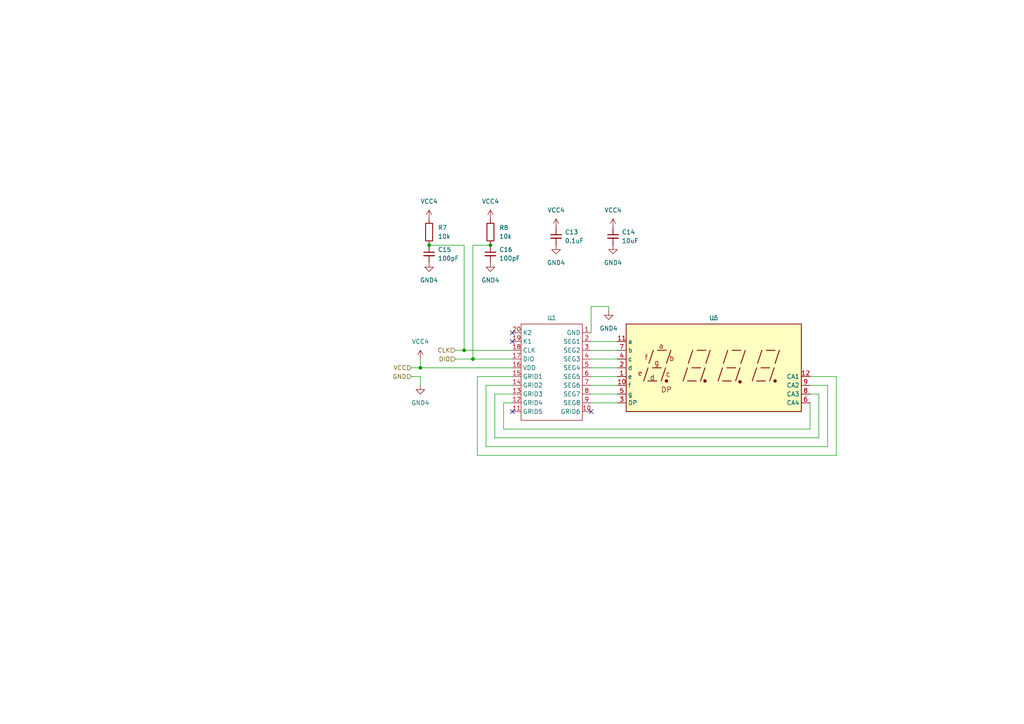
<source format=kicad_sch>
(kicad_sch (version 20231120) (generator "eeschema") (generator_version "8.0")
  (paper "A4")
  (lib_symbols
    (symbol "CoffeeLib:7_segment"
      (property "Reference" "U" (at 0 0 0))
      (symbol "7_segment_0_0"
        (rectangle (start -25.4 13.97) (end 25.4 -11.43) (stroke (width 0.254)) (fill (type background)))
        (polyline (pts (xy -20.32 -2.54) (xy -19.05 1.27)) (stroke (width 0.254)))
        (polyline (pts (xy -19.05 -2.54) (xy -16.51 -2.54)) (stroke (width 0.254)))
        (polyline (pts (xy -18.796 2.54) (xy -17.526 6.35)) (stroke (width 0.254)))
        (polyline (pts (xy -17.78 1.27) (xy -15.24 1.27)) (stroke (width 0.254)))
        (polyline (pts (xy -16.256 6.35) (xy -13.716 6.35)) (stroke (width 0.254)))
        (polyline (pts (xy -15.24 -2.54) (xy -13.97 1.27)) (stroke (width 0.254)))
        (polyline (pts (xy -13.716 2.54) (xy -12.446 6.35)) (stroke (width 0.254)))
        (polyline (pts (xy -8.89 -2.54) (xy -7.62 1.27)) (stroke (width 0.254)))
        (polyline (pts (xy -7.62 -2.54) (xy -5.08 -2.54)) (stroke (width 0.254)))
        (polyline (pts (xy -7.366 2.54) (xy -6.096 6.35)) (stroke (width 0.254)))
        (polyline (pts (xy -6.35 1.27) (xy -3.81 1.27)) (stroke (width 0.254)))
        (polyline (pts (xy -4.826 6.35) (xy -2.286 6.35)) (stroke (width 0.254)))
        (polyline (pts (xy -3.81 -2.54) (xy -2.54 1.27)) (stroke (width 0.254)))
        (polyline (pts (xy -2.286 2.54) (xy -1.016 6.35)) (stroke (width 0.254)))
        (polyline (pts (xy 1.27 -2.54) (xy 2.54 1.27)) (stroke (width 0.254)))
        (polyline (pts (xy 2.54 -2.54) (xy 5.08 -2.54)) (stroke (width 0.254)))
        (polyline (pts (xy 2.794 2.54) (xy 4.064 6.35)) (stroke (width 0.254)))
        (polyline (pts (xy 3.81 1.27) (xy 6.35 1.27)) (stroke (width 0.254)))
        (polyline (pts (xy 5.334 6.35) (xy 7.874 6.35)) (stroke (width 0.254)))
        (polyline (pts (xy 6.35 -2.54) (xy 7.62 1.27)) (stroke (width 0.254)))
        (polyline (pts (xy 7.874 2.54) (xy 9.144 6.35)) (stroke (width 0.254)))
        (polyline (pts (xy 11.176 -2.54) (xy 12.446 1.27)) (stroke (width 0.254)))
        (polyline (pts (xy 12.446 -2.54) (xy 14.986 -2.54)) (stroke (width 0.254)))
        (polyline (pts (xy 12.7 2.54) (xy 13.97 6.35)) (stroke (width 0.254)))
        (polyline (pts (xy 13.716 1.27) (xy 16.256 1.27)) (stroke (width 0.254)))
        (polyline (pts (xy 15.24 6.35) (xy 17.78 6.35)) (stroke (width 0.254)))
        (polyline (pts (xy 16.256 -2.54) (xy 17.526 1.27)) (stroke (width 0.254)))
        (polyline (pts (xy 17.78 2.54) (xy 19.05 6.35)) (stroke (width 0.254)))
        (text "a" (at -15.24 7.62 0) (effects (font (size 1.524 1.524))))
        (text "b" (at -12.192 4.064 0) (effects (font (size 1.524 1.524))))
        (text "c" (at -13.208 -0.508 0) (effects (font (size 1.524 1.524))))
        (text "d" (at -17.78 -1.524 0) (effects (font (size 1.524 1.524))))
        (text "e" (at -21.336 -0.254 0) (effects (font (size 1.524 1.524))))
        (text "f" (at -19.558 4.318 0) (effects (font (size 1.524 1.524))))
        (text "g" (at -16.51 2.794 0) (effects (font (size 1.524 1.524))))
      )
      (symbol "7_segment_0_1"
        (circle (center -13.716 -2.54) (radius 0.3556) (stroke (width 0.254)) (fill (type outline)))
        (circle (center -2.54 -2.54) (radius 0.3556) (stroke (width 0.254)) (fill (type outline)))
      )
      (symbol "7_segment_1_0"
        (circle (center 7.62 -2.794) (radius 0.3556) (stroke (width 0.254)) (fill (type outline)))
        (circle (center 17.78 -2.54) (radius 0.3556) (stroke (width 0.254)) (fill (type outline)))
        (text "DP" (at -13.716 -5.08 0) (effects (font (size 1.524 1.524))))
      )
      (symbol "7_segment_1_1"
        (pin input line (at -27.94 -1.27 0) (length 2.54) (name "e") (number "1"))
        (pin input line (at -27.94 -3.81 0) (length 2.54) (name "f") (number "10"))
        (pin input line (at -27.94 8.89 0) (length 2.54) (name "a") (number "11"))
        (pin input line (at 27.94 -1.27 180) (length 2.54) (name "CA1") (number "12"))
        (pin input line (at -27.94 1.27 0) (length 2.54) (name "d") (number "2"))
        (pin input line (at -27.94 -8.89 0) (length 2.54) (name "DP") (number "3"))
        (pin input line (at -27.94 3.81 0) (length 2.54) (name "c") (number "4"))
        (pin input line (at -27.94 -6.35 0) (length 2.54) (name "g") (number "5"))
        (pin input line (at 27.94 -8.89 180) (length 2.54) (name "CA4") (number "6"))
        (pin input line (at -27.94 6.35 0) (length 2.54) (name "b") (number "7"))
        (pin input line (at 27.94 -6.35 180) (length 2.54) (name "CA3") (number "8"))
        (pin input line (at 27.94 -3.81 180) (length 2.54) (name "CA2") (number "9"))
      )
    )
    (symbol "CoffeeLib:TM1637"
      (property "Reference" "U" (at 0 0 0))
      (symbol "TM1637_0_1"
        (rectangle (start -8.89 13.97) (end 8.89 -13.97))
      )
      (symbol "TM1637_1_1"
        (pin power_in line (at -11.43 11.43 0) (length 2.54) (name "GND") (number "1"))
        (pin output line (at -11.43 -11.43 0) (length 2.54) (name "GRID6") (number "10"))
        (pin output line (at 11.43 -11.43 180) (length 2.54) (name "GRID5") (number "11"))
        (pin output line (at 11.43 -8.89 180) (length 2.54) (name "GRID4") (number "12"))
        (pin output line (at 11.43 -6.35 180) (length 2.54) (name "GRID3") (number "13"))
        (pin output line (at 11.43 -3.81 180) (length 2.54) (name "GRID2") (number "14"))
        (pin output line (at 11.43 -1.27 180) (length 2.54) (name "GRID1") (number "15"))
        (pin power_in line (at 11.43 1.27 180) (length 2.54) (name "VDD") (number "16"))
        (pin bidirectional line (at 11.43 3.81 180) (length 2.54) (name "DIO") (number "17"))
        (pin bidirectional line (at 11.43 6.35 180) (length 2.54) (name "CLK") (number "18"))
        (pin input line (at 11.43 8.89 180) (length 2.54) (name "K1") (number "19"))
        (pin output line (at -11.43 8.89 0) (length 2.54) (name "SEG1") (number "2"))
        (pin input line (at 11.43 11.43 180) (length 2.54) (name "K2") (number "20"))
        (pin output line (at -11.43 6.35 0) (length 2.54) (name "SEG2") (number "3"))
        (pin output line (at -11.43 3.81 0) (length 2.54) (name "SEG3") (number "4"))
        (pin output line (at -11.43 1.27 0) (length 2.54) (name "SEG4") (number "5"))
        (pin output line (at -11.43 -1.27 0) (length 2.54) (name "SEG5") (number "6"))
        (pin output line (at -11.43 -3.81 0) (length 2.54) (name "SEG6") (number "7"))
        (pin output line (at -11.43 -6.35 0) (length 2.54) (name "SEG7") (number "8"))
        (pin output line (at -11.43 -8.89 0) (length 2.54) (name "SEG8") (number "9"))
      )
    )
    (symbol "Device:C_Small" (pin_numbers hide) (pin_names (offset 0.254) hide)
      (property "Reference" "C" (at 0.254 1.778 0))
      (property "Value" "C_Small" (at 0.254 -2.032 0))
      (symbol "C_Small_0_1"
        (polyline (pts (xy -1.524 -0.508) (xy 1.524 -0.508)) (stroke (width 0.3302)))
        (polyline (pts (xy -1.524 0.508) (xy 1.524 0.508)) (stroke (width 0.3048)))
      )
      (symbol "C_Small_1_1"
        (pin passive line (at 0 2.54 270) (length 2.032) (name "~") (number "1"))
        (pin passive line (at 0 -2.54 90) (length 2.032) (name "~") (number "2"))
      )
    )
    (symbol "Device:R" (pin_numbers hide) (pin_names (offset 0))
      (property "Reference" "R" (at 2.032 0 90))
      (property "Value" "R" (at 0 0 90))
      (symbol "R_0_1"
        (rectangle (start -1.016 -2.54) (end 1.016 2.54) (stroke (width 0.254)))
      )
      (symbol "R_1_1"
        (pin passive line (at 0 3.81 270) (length 1.27) (name "~") (number "1"))
        (pin passive line (at 0 -3.81 90) (length 1.27) (name "~") (number "2"))
      )
    )
    (symbol "power:GND" (power) (pin_names (offset 0))
      (property "Value" "GND" (at 0 -3.81 0))
      (symbol "GND_0_1"
        (polyline (pts (xy 0 0) (xy 0 -1.27) (xy 1.27 -1.27) (xy 0 -2.54) (xy -1.27 -1.27) (xy 0 -1.27)))
      )
      (symbol "GND_1_1"
        (pin power_in line (at 0 0 270) (length 0) hide (name "GND") (number "1"))
      )
    )
    (symbol "power:VCC" (power) (pin_names (offset 0))
      (property "Value" "VCC" (at 0 3.81 0))
      (symbol "VCC_0_1"
        (polyline (pts (xy -0.762 1.27) (xy 0 2.54)))
        (polyline (pts (xy 0 0) (xy 0 2.54)))
        (polyline (pts (xy 0 2.54) (xy 0.762 1.27)))
      )
      (symbol "VCC_1_1"
        (pin power_in line (at 0 0 90) (length 0) hide (name "VCC") (number "1"))
      )
    )
  )
  (junction (at 134.62 101.6))
  (junction (at 142.24 71.12))
  (junction (at 121.92 106.68))
  (junction (at 124.46 71.12))
  (junction (at 137.16 104.14))
  (no_connect (at 148.59 96.52))
  (no_connect (at 148.59 119.38))
  (no_connect (at 148.59 99.06))
  (no_connect (at 171.45 119.38))
  (wire (pts (xy 171.45 111.76) (xy 179.07 111.76)))
  (wire (pts (xy 119.38 109.22) (xy 121.92 109.22)))
  (wire (pts (xy 240.03 111.76) (xy 234.95 111.76)))
  (wire (pts (xy 132.08 101.6) (xy 134.62 101.6)))
  (wire (pts (xy 171.45 99.06) (xy 179.07 99.06)))
  (wire (pts (xy 134.62 101.6) (xy 148.59 101.6)))
  (wire (pts (xy 148.59 116.84) (xy 146.05 116.84)))
  (wire (pts (xy 124.46 71.12) (xy 134.62 71.12)))
  (wire (pts (xy 237.49 127) (xy 237.49 114.3)))
  (wire (pts (xy 148.59 114.3) (xy 143.51 114.3)))
  (wire (pts (xy 140.97 111.76) (xy 140.97 129.54)))
  (wire (pts (xy 140.97 129.54) (xy 240.03 129.54)))
  (wire (pts (xy 134.62 71.12) (xy 134.62 101.6)))
  (wire (pts (xy 171.45 116.84) (xy 179.07 116.84)))
  (wire (pts (xy 242.57 109.22) (xy 234.95 109.22)))
  (wire (pts (xy 171.45 114.3) (xy 179.07 114.3)))
  (wire (pts (xy 146.05 116.84) (xy 146.05 124.46)))
  (wire (pts (xy 119.38 106.68) (xy 121.92 106.68)))
  (wire (pts (xy 171.45 101.6) (xy 179.07 101.6)))
  (wire (pts (xy 171.45 104.14) (xy 179.07 104.14)))
  (wire (pts (xy 171.45 88.9) (xy 171.45 96.52)))
  (wire (pts (xy 242.57 132.08) (xy 242.57 109.22)))
  (wire (pts (xy 171.45 106.68) (xy 179.07 106.68)))
  (wire (pts (xy 237.49 114.3) (xy 234.95 114.3)))
  (wire (pts (xy 121.92 111.76) (xy 121.92 109.22)))
  (wire (pts (xy 137.16 104.14) (xy 148.59 104.14)))
  (wire (pts (xy 143.51 114.3) (xy 143.51 127)))
  (wire (pts (xy 138.43 109.22) (xy 138.43 132.08)))
  (wire (pts (xy 138.43 132.08) (xy 242.57 132.08)))
  (wire (pts (xy 132.08 104.14) (xy 137.16 104.14)))
  (wire (pts (xy 176.53 88.9) (xy 176.53 90.17)))
  (wire (pts (xy 148.59 111.76) (xy 140.97 111.76)))
  (wire (pts (xy 142.24 71.12) (xy 137.16 71.12)))
  (wire (pts (xy 171.45 109.22) (xy 179.07 109.22)))
  (wire (pts (xy 146.05 124.46) (xy 234.95 124.46)))
  (wire (pts (xy 137.16 71.12) (xy 137.16 104.14)))
  (wire (pts (xy 234.95 124.46) (xy 234.95 116.84)))
  (wire (pts (xy 121.92 106.68) (xy 148.59 106.68)))
  (wire (pts (xy 240.03 129.54) (xy 240.03 111.76)))
  (wire (pts (xy 171.45 88.9) (xy 176.53 88.9)))
  (wire (pts (xy 143.51 127) (xy 237.49 127)))
  (wire (pts (xy 148.59 109.22) (xy 138.43 109.22)))
  (wire (pts (xy 121.92 106.68) (xy 121.92 104.14)))
  (hierarchical_label "CLK" (shape input) (at 132.08 101.6 180))
  (hierarchical_label "DIO" (shape input) (at 132.08 104.14 180))
  (hierarchical_label "GND" (shape input) (at 119.38 109.22 180))
  (hierarchical_label "VCC" (shape input) (at 119.38 106.68 180))
  (symbol (lib_id "CoffeeLib:7_segment") (at 207.01 107.95 0) (unit 1)
    (property "Reference" "U6" (at 207.01 92.202 0))
    (property "Value" "~" (at 207.01 92.71 0))
    (property "Footprint" "CoffeeLib:7_segment" (effects (hide yes)))
  )
  (symbol (lib_id "power:VCC") (at 124.46 63.5 0) (unit 1)
    (property "Reference" "#PWR043" (effects (hide yes)))
    (property "Value" "VCC4" (at 124.46 58.42 0))
    (property "Description" "Power symbol creates a global label with name \"VCC\"" (effects (hide yes)))
  )
  (symbol (lib_id "power:VCC") (at 142.24 63.5 0) (unit 1)
    (property "Reference" "#PWR039" (effects (hide yes)))
    (property "Value" "VCC4" (at 142.24 58.42 0))
    (property "Description" "Power symbol creates a global label with name \"VCC\"" (effects (hide yes)))
  )
  (symbol (lib_id "Device:R") (at 142.24 67.31 0) (unit 1)
    (property "Reference" "R8" (at 144.78 66.0399 0) (effects (justify left)))
    (property "Value" "10k" (at 144.78 68.5799 0) (effects (justify left)))
    (property "Footprint" "Resistor_SMD:R_0603_1608Metric" (effects (hide yes)))
    (property "Description" "Resistor" (effects (hide yes)))
  )
  (symbol (lib_id "power:GND") (at 124.46 76.2 0) (unit 1)
    (property "Reference" "#PWR041" (effects (hide yes)))
    (property "Value" "GND4" (at 124.46 81.28 0))
    (property "Description" "Power symbol creates a global label with name \"GND\" , ground" (effects (hide yes)))
  )
  (symbol (lib_id "Device:R") (at 124.46 67.31 0) (unit 1)
    (property "Reference" "R7" (at 127 66.0399 0) (effects (justify left)))
    (property "Value" "10k" (at 127 68.5799 0) (effects (justify left)))
    (property "Footprint" "Resistor_SMD:R_0603_1608Metric" (effects (hide yes)))
    (property "Description" "Resistor" (effects (hide yes)))
  )
  (symbol (lib_id "Device:C_Small") (at 142.24 73.66 0) (unit 1)
    (property "Reference" "C16" (at 144.78 72.3962 0) (effects (justify left)))
    (property "Value" "100pF" (at 144.78 74.9362 0) (effects (justify left)))
    (property "Footprint" "Capacitor_SMD:C_0603_1608Metric" (effects (hide yes)))
    (property "Description" "Unpolarized capacitor, small symbol" (effects (hide yes)))
  )
  (symbol (lib_id "Device:C_Small") (at 124.46 73.66 0) (unit 1)
    (property "Reference" "C15" (at 127 72.3962 0) (effects (justify left)))
    (property "Value" "100pF" (at 127 74.9362 0) (effects (justify left)))
    (property "Footprint" "Capacitor_SMD:C_0603_1608Metric" (effects (hide yes)))
    (property "Description" "Unpolarized capacitor, small symbol" (effects (hide yes)))
  )
  (symbol (lib_id "power:GND") (at 121.92 111.76 0) (unit 1)
    (property "Reference" "#PWR046" (effects (hide yes)))
    (property "Value" "GND4" (at 121.92 116.84 0))
    (property "Description" "Power symbol creates a global label with name \"GND\" , ground" (effects (hide yes)))
  )
  (symbol (lib_id "power:GND") (at 176.53 90.17 0) (unit 1)
    (property "Reference" "#PWR048" (effects (hide yes)))
    (property "Value" "GND4" (at 176.53 95.25 0))
    (property "Description" "Power symbol creates a global label with name \"GND\" , ground" (effects (hide yes)))
  )
  (symbol (lib_id "power:GND") (at 161.29 71.12 0) (unit 1)
    (property "Reference" "#PWR038" (effects (hide yes)))
    (property "Value" "GND4" (at 161.29 76.2 0))
    (property "Description" "Power symbol creates a global label with name \"GND\" , ground" (effects (hide yes)))
  )
  (symbol (lib_id "Device:C_Small") (at 177.8 68.58 0) (unit 1)
    (property "Reference" "C14" (at 180.34 67.3162 0) (effects (justify left)))
    (property "Value" "10uF" (at 180.34 69.8562 0) (effects (justify left)))
    (property "Footprint" "Capacitor_SMD:C_0805_2012Metric" (effects (hide yes)))
    (property "Description" "Unpolarized capacitor, small symbol" (effects (hide yes)))
  )
  (symbol (lib_id "power:VCC") (at 177.8 66.04 0) (unit 1)
    (property "Reference" "#PWR044" (effects (hide yes)))
    (property "Value" "VCC4" (at 177.8 60.96 0))
    (property "Description" "Power symbol creates a global label with name \"VCC\"" (effects (hide yes)))
  )
  (symbol (lib_id "power:VCC") (at 161.29 66.04 0) (unit 1)
    (property "Reference" "#PWR040" (effects (hide yes)))
    (property "Value" "VCC4" (at 161.29 60.96 0))
    (property "Description" "Power symbol creates a global label with name \"VCC\"" (effects (hide yes)))
  )
  (symbol (lib_id "CoffeeLib:TM1637") (at 160.02 107.95 0) (mirror y) (unit 1)
    (property "Reference" "U1" (at 160.02 92.202 0))
    (property "Value" "~" (at 160.02 92.71 0))
    (property "Footprint" "Package_SO:SOP-20_7.5x12.8mm_P1.27mm" (effects (hide yes)))
  )
  (symbol (lib_id "power:VCC") (at 121.92 104.14 0) (unit 1)
    (property "Reference" "#PWR047" (effects (hide yes)))
    (property "Value" "VCC4" (at 121.92 99.06 0))
    (property "Description" "Power symbol creates a global label with name \"VCC\"" (effects (hide yes)))
  )
  (symbol (lib_id "power:GND") (at 142.24 76.2 0) (unit 1)
    (property "Reference" "#PWR042" (effects (hide yes)))
    (property "Value" "GND4" (at 142.24 81.28 0))
    (property "Description" "Power symbol creates a global label with name \"GND\" , ground" (effects (hide yes)))
  )
  (symbol (lib_id "Device:C_Small") (at 161.29 68.58 0) (unit 1)
    (property "Reference" "C13" (at 163.83 67.3162 0) (effects (justify left)))
    (property "Value" "0.1uF" (at 163.83 69.8562 0) (effects (justify left)))
    (property "Footprint" "Capacitor_SMD:C_0603_1608Metric" (effects (hide yes)))
    (property "Description" "Unpolarized capacitor, small symbol" (effects (hide yes)))
  )
  (symbol (lib_id "power:GND") (at 177.8 71.12 0) (unit 1)
    (property "Reference" "#PWR045" (effects (hide yes)))
    (property "Value" "GND4" (at 177.8 76.2 0))
    (property "Description" "Power symbol creates a global label with name \"GND\" , ground" (effects (hide yes)))
  )
)
</source>
